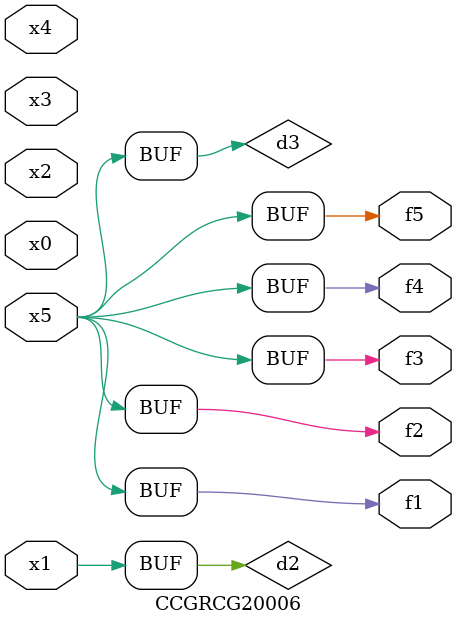
<source format=v>
module CCGRCG20006(
	input x0, x1, x2, x3, x4, x5,
	output f1, f2, f3, f4, f5
);

	wire d1, d2, d3;

	not (d1, x5);
	or (d2, x1);
	xnor (d3, d1);
	assign f1 = d3;
	assign f2 = d3;
	assign f3 = d3;
	assign f4 = d3;
	assign f5 = d3;
endmodule

</source>
